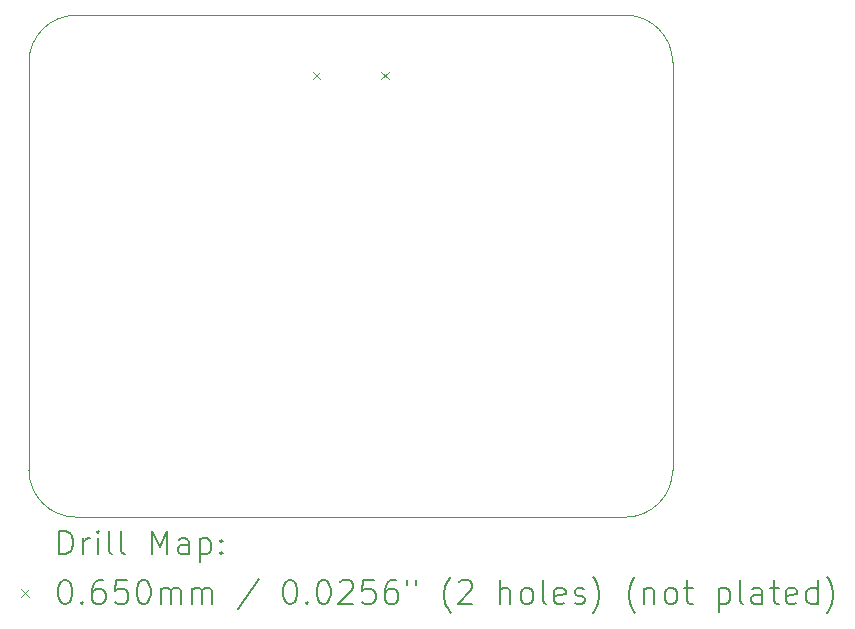
<source format=gbr>
%TF.GenerationSoftware,KiCad,Pcbnew,8.99.0-2608-ga0707285a1*%
%TF.CreationDate,2024-10-09T18:54:12+07:00*%
%TF.ProjectId,dev_Board_8khz,6465765f-426f-4617-9264-5f386b687a2e,rev?*%
%TF.SameCoordinates,Original*%
%TF.FileFunction,Drillmap*%
%TF.FilePolarity,Positive*%
%FSLAX45Y45*%
G04 Gerber Fmt 4.5, Leading zero omitted, Abs format (unit mm)*
G04 Created by KiCad (PCBNEW 8.99.0-2608-ga0707285a1) date 2024-10-09 18:54:12*
%MOMM*%
%LPD*%
G01*
G04 APERTURE LIST*
%ADD10C,0.050000*%
%ADD11C,0.200000*%
%ADD12C,0.100000*%
G04 APERTURE END LIST*
D10*
X19000000Y-5950000D02*
X14350000Y-5950000D01*
X13950000Y-6350000D02*
X13950000Y-9800000D01*
X14350000Y-10200000D02*
X19000000Y-10200000D01*
X19400000Y-9800000D02*
G75*
G02*
X19000000Y-10200000I-400000J0D01*
G01*
X13950000Y-6350000D02*
G75*
G02*
X14350000Y-5950000I400000J0D01*
G01*
X19400000Y-9800000D02*
X19400000Y-6350000D01*
X19000000Y-5950000D02*
G75*
G02*
X19400000Y-6350000I0J-400000D01*
G01*
X14350000Y-10200000D02*
G75*
G02*
X13950000Y-9800000I0J400000D01*
G01*
D11*
D12*
X16353500Y-6428000D02*
X16418500Y-6493000D01*
X16418500Y-6428000D02*
X16353500Y-6493000D01*
X16931500Y-6428000D02*
X16996500Y-6493000D01*
X16996500Y-6428000D02*
X16931500Y-6493000D01*
D11*
X14208277Y-10513984D02*
X14208277Y-10313984D01*
X14208277Y-10313984D02*
X14255896Y-10313984D01*
X14255896Y-10313984D02*
X14284467Y-10323508D01*
X14284467Y-10323508D02*
X14303515Y-10342555D01*
X14303515Y-10342555D02*
X14313039Y-10361603D01*
X14313039Y-10361603D02*
X14322562Y-10399698D01*
X14322562Y-10399698D02*
X14322562Y-10428270D01*
X14322562Y-10428270D02*
X14313039Y-10466365D01*
X14313039Y-10466365D02*
X14303515Y-10485412D01*
X14303515Y-10485412D02*
X14284467Y-10504460D01*
X14284467Y-10504460D02*
X14255896Y-10513984D01*
X14255896Y-10513984D02*
X14208277Y-10513984D01*
X14408277Y-10513984D02*
X14408277Y-10380650D01*
X14408277Y-10418746D02*
X14417801Y-10399698D01*
X14417801Y-10399698D02*
X14427324Y-10390174D01*
X14427324Y-10390174D02*
X14446372Y-10380650D01*
X14446372Y-10380650D02*
X14465420Y-10380650D01*
X14532086Y-10513984D02*
X14532086Y-10380650D01*
X14532086Y-10313984D02*
X14522562Y-10323508D01*
X14522562Y-10323508D02*
X14532086Y-10333031D01*
X14532086Y-10333031D02*
X14541610Y-10323508D01*
X14541610Y-10323508D02*
X14532086Y-10313984D01*
X14532086Y-10313984D02*
X14532086Y-10333031D01*
X14655896Y-10513984D02*
X14636848Y-10504460D01*
X14636848Y-10504460D02*
X14627324Y-10485412D01*
X14627324Y-10485412D02*
X14627324Y-10313984D01*
X14760658Y-10513984D02*
X14741610Y-10504460D01*
X14741610Y-10504460D02*
X14732086Y-10485412D01*
X14732086Y-10485412D02*
X14732086Y-10313984D01*
X14989229Y-10513984D02*
X14989229Y-10313984D01*
X14989229Y-10313984D02*
X15055896Y-10456841D01*
X15055896Y-10456841D02*
X15122562Y-10313984D01*
X15122562Y-10313984D02*
X15122562Y-10513984D01*
X15303515Y-10513984D02*
X15303515Y-10409222D01*
X15303515Y-10409222D02*
X15293991Y-10390174D01*
X15293991Y-10390174D02*
X15274943Y-10380650D01*
X15274943Y-10380650D02*
X15236848Y-10380650D01*
X15236848Y-10380650D02*
X15217801Y-10390174D01*
X15303515Y-10504460D02*
X15284467Y-10513984D01*
X15284467Y-10513984D02*
X15236848Y-10513984D01*
X15236848Y-10513984D02*
X15217801Y-10504460D01*
X15217801Y-10504460D02*
X15208277Y-10485412D01*
X15208277Y-10485412D02*
X15208277Y-10466365D01*
X15208277Y-10466365D02*
X15217801Y-10447317D01*
X15217801Y-10447317D02*
X15236848Y-10437793D01*
X15236848Y-10437793D02*
X15284467Y-10437793D01*
X15284467Y-10437793D02*
X15303515Y-10428270D01*
X15398753Y-10380650D02*
X15398753Y-10580650D01*
X15398753Y-10390174D02*
X15417801Y-10380650D01*
X15417801Y-10380650D02*
X15455896Y-10380650D01*
X15455896Y-10380650D02*
X15474943Y-10390174D01*
X15474943Y-10390174D02*
X15484467Y-10399698D01*
X15484467Y-10399698D02*
X15493991Y-10418746D01*
X15493991Y-10418746D02*
X15493991Y-10475889D01*
X15493991Y-10475889D02*
X15484467Y-10494936D01*
X15484467Y-10494936D02*
X15474943Y-10504460D01*
X15474943Y-10504460D02*
X15455896Y-10513984D01*
X15455896Y-10513984D02*
X15417801Y-10513984D01*
X15417801Y-10513984D02*
X15398753Y-10504460D01*
X15579705Y-10494936D02*
X15589229Y-10504460D01*
X15589229Y-10504460D02*
X15579705Y-10513984D01*
X15579705Y-10513984D02*
X15570182Y-10504460D01*
X15570182Y-10504460D02*
X15579705Y-10494936D01*
X15579705Y-10494936D02*
X15579705Y-10513984D01*
X15579705Y-10390174D02*
X15589229Y-10399698D01*
X15589229Y-10399698D02*
X15579705Y-10409222D01*
X15579705Y-10409222D02*
X15570182Y-10399698D01*
X15570182Y-10399698D02*
X15579705Y-10390174D01*
X15579705Y-10390174D02*
X15579705Y-10409222D01*
D12*
X13882500Y-10810000D02*
X13947500Y-10875000D01*
X13947500Y-10810000D02*
X13882500Y-10875000D01*
D11*
X14246372Y-10733984D02*
X14265420Y-10733984D01*
X14265420Y-10733984D02*
X14284467Y-10743508D01*
X14284467Y-10743508D02*
X14293991Y-10753031D01*
X14293991Y-10753031D02*
X14303515Y-10772079D01*
X14303515Y-10772079D02*
X14313039Y-10810174D01*
X14313039Y-10810174D02*
X14313039Y-10857793D01*
X14313039Y-10857793D02*
X14303515Y-10895889D01*
X14303515Y-10895889D02*
X14293991Y-10914936D01*
X14293991Y-10914936D02*
X14284467Y-10924460D01*
X14284467Y-10924460D02*
X14265420Y-10933984D01*
X14265420Y-10933984D02*
X14246372Y-10933984D01*
X14246372Y-10933984D02*
X14227324Y-10924460D01*
X14227324Y-10924460D02*
X14217801Y-10914936D01*
X14217801Y-10914936D02*
X14208277Y-10895889D01*
X14208277Y-10895889D02*
X14198753Y-10857793D01*
X14198753Y-10857793D02*
X14198753Y-10810174D01*
X14198753Y-10810174D02*
X14208277Y-10772079D01*
X14208277Y-10772079D02*
X14217801Y-10753031D01*
X14217801Y-10753031D02*
X14227324Y-10743508D01*
X14227324Y-10743508D02*
X14246372Y-10733984D01*
X14398753Y-10914936D02*
X14408277Y-10924460D01*
X14408277Y-10924460D02*
X14398753Y-10933984D01*
X14398753Y-10933984D02*
X14389229Y-10924460D01*
X14389229Y-10924460D02*
X14398753Y-10914936D01*
X14398753Y-10914936D02*
X14398753Y-10933984D01*
X14579705Y-10733984D02*
X14541610Y-10733984D01*
X14541610Y-10733984D02*
X14522562Y-10743508D01*
X14522562Y-10743508D02*
X14513039Y-10753031D01*
X14513039Y-10753031D02*
X14493991Y-10781603D01*
X14493991Y-10781603D02*
X14484467Y-10819698D01*
X14484467Y-10819698D02*
X14484467Y-10895889D01*
X14484467Y-10895889D02*
X14493991Y-10914936D01*
X14493991Y-10914936D02*
X14503515Y-10924460D01*
X14503515Y-10924460D02*
X14522562Y-10933984D01*
X14522562Y-10933984D02*
X14560658Y-10933984D01*
X14560658Y-10933984D02*
X14579705Y-10924460D01*
X14579705Y-10924460D02*
X14589229Y-10914936D01*
X14589229Y-10914936D02*
X14598753Y-10895889D01*
X14598753Y-10895889D02*
X14598753Y-10848270D01*
X14598753Y-10848270D02*
X14589229Y-10829222D01*
X14589229Y-10829222D02*
X14579705Y-10819698D01*
X14579705Y-10819698D02*
X14560658Y-10810174D01*
X14560658Y-10810174D02*
X14522562Y-10810174D01*
X14522562Y-10810174D02*
X14503515Y-10819698D01*
X14503515Y-10819698D02*
X14493991Y-10829222D01*
X14493991Y-10829222D02*
X14484467Y-10848270D01*
X14779705Y-10733984D02*
X14684467Y-10733984D01*
X14684467Y-10733984D02*
X14674943Y-10829222D01*
X14674943Y-10829222D02*
X14684467Y-10819698D01*
X14684467Y-10819698D02*
X14703515Y-10810174D01*
X14703515Y-10810174D02*
X14751134Y-10810174D01*
X14751134Y-10810174D02*
X14770182Y-10819698D01*
X14770182Y-10819698D02*
X14779705Y-10829222D01*
X14779705Y-10829222D02*
X14789229Y-10848270D01*
X14789229Y-10848270D02*
X14789229Y-10895889D01*
X14789229Y-10895889D02*
X14779705Y-10914936D01*
X14779705Y-10914936D02*
X14770182Y-10924460D01*
X14770182Y-10924460D02*
X14751134Y-10933984D01*
X14751134Y-10933984D02*
X14703515Y-10933984D01*
X14703515Y-10933984D02*
X14684467Y-10924460D01*
X14684467Y-10924460D02*
X14674943Y-10914936D01*
X14913039Y-10733984D02*
X14932086Y-10733984D01*
X14932086Y-10733984D02*
X14951134Y-10743508D01*
X14951134Y-10743508D02*
X14960658Y-10753031D01*
X14960658Y-10753031D02*
X14970182Y-10772079D01*
X14970182Y-10772079D02*
X14979705Y-10810174D01*
X14979705Y-10810174D02*
X14979705Y-10857793D01*
X14979705Y-10857793D02*
X14970182Y-10895889D01*
X14970182Y-10895889D02*
X14960658Y-10914936D01*
X14960658Y-10914936D02*
X14951134Y-10924460D01*
X14951134Y-10924460D02*
X14932086Y-10933984D01*
X14932086Y-10933984D02*
X14913039Y-10933984D01*
X14913039Y-10933984D02*
X14893991Y-10924460D01*
X14893991Y-10924460D02*
X14884467Y-10914936D01*
X14884467Y-10914936D02*
X14874943Y-10895889D01*
X14874943Y-10895889D02*
X14865420Y-10857793D01*
X14865420Y-10857793D02*
X14865420Y-10810174D01*
X14865420Y-10810174D02*
X14874943Y-10772079D01*
X14874943Y-10772079D02*
X14884467Y-10753031D01*
X14884467Y-10753031D02*
X14893991Y-10743508D01*
X14893991Y-10743508D02*
X14913039Y-10733984D01*
X15065420Y-10933984D02*
X15065420Y-10800650D01*
X15065420Y-10819698D02*
X15074943Y-10810174D01*
X15074943Y-10810174D02*
X15093991Y-10800650D01*
X15093991Y-10800650D02*
X15122563Y-10800650D01*
X15122563Y-10800650D02*
X15141610Y-10810174D01*
X15141610Y-10810174D02*
X15151134Y-10829222D01*
X15151134Y-10829222D02*
X15151134Y-10933984D01*
X15151134Y-10829222D02*
X15160658Y-10810174D01*
X15160658Y-10810174D02*
X15179705Y-10800650D01*
X15179705Y-10800650D02*
X15208277Y-10800650D01*
X15208277Y-10800650D02*
X15227324Y-10810174D01*
X15227324Y-10810174D02*
X15236848Y-10829222D01*
X15236848Y-10829222D02*
X15236848Y-10933984D01*
X15332086Y-10933984D02*
X15332086Y-10800650D01*
X15332086Y-10819698D02*
X15341610Y-10810174D01*
X15341610Y-10810174D02*
X15360658Y-10800650D01*
X15360658Y-10800650D02*
X15389229Y-10800650D01*
X15389229Y-10800650D02*
X15408277Y-10810174D01*
X15408277Y-10810174D02*
X15417801Y-10829222D01*
X15417801Y-10829222D02*
X15417801Y-10933984D01*
X15417801Y-10829222D02*
X15427324Y-10810174D01*
X15427324Y-10810174D02*
X15446372Y-10800650D01*
X15446372Y-10800650D02*
X15474943Y-10800650D01*
X15474943Y-10800650D02*
X15493991Y-10810174D01*
X15493991Y-10810174D02*
X15503515Y-10829222D01*
X15503515Y-10829222D02*
X15503515Y-10933984D01*
X15893991Y-10724460D02*
X15722563Y-10981603D01*
X16151134Y-10733984D02*
X16170182Y-10733984D01*
X16170182Y-10733984D02*
X16189229Y-10743508D01*
X16189229Y-10743508D02*
X16198753Y-10753031D01*
X16198753Y-10753031D02*
X16208277Y-10772079D01*
X16208277Y-10772079D02*
X16217801Y-10810174D01*
X16217801Y-10810174D02*
X16217801Y-10857793D01*
X16217801Y-10857793D02*
X16208277Y-10895889D01*
X16208277Y-10895889D02*
X16198753Y-10914936D01*
X16198753Y-10914936D02*
X16189229Y-10924460D01*
X16189229Y-10924460D02*
X16170182Y-10933984D01*
X16170182Y-10933984D02*
X16151134Y-10933984D01*
X16151134Y-10933984D02*
X16132086Y-10924460D01*
X16132086Y-10924460D02*
X16122563Y-10914936D01*
X16122563Y-10914936D02*
X16113039Y-10895889D01*
X16113039Y-10895889D02*
X16103515Y-10857793D01*
X16103515Y-10857793D02*
X16103515Y-10810174D01*
X16103515Y-10810174D02*
X16113039Y-10772079D01*
X16113039Y-10772079D02*
X16122563Y-10753031D01*
X16122563Y-10753031D02*
X16132086Y-10743508D01*
X16132086Y-10743508D02*
X16151134Y-10733984D01*
X16303515Y-10914936D02*
X16313039Y-10924460D01*
X16313039Y-10924460D02*
X16303515Y-10933984D01*
X16303515Y-10933984D02*
X16293991Y-10924460D01*
X16293991Y-10924460D02*
X16303515Y-10914936D01*
X16303515Y-10914936D02*
X16303515Y-10933984D01*
X16436848Y-10733984D02*
X16455896Y-10733984D01*
X16455896Y-10733984D02*
X16474944Y-10743508D01*
X16474944Y-10743508D02*
X16484467Y-10753031D01*
X16484467Y-10753031D02*
X16493991Y-10772079D01*
X16493991Y-10772079D02*
X16503515Y-10810174D01*
X16503515Y-10810174D02*
X16503515Y-10857793D01*
X16503515Y-10857793D02*
X16493991Y-10895889D01*
X16493991Y-10895889D02*
X16484467Y-10914936D01*
X16484467Y-10914936D02*
X16474944Y-10924460D01*
X16474944Y-10924460D02*
X16455896Y-10933984D01*
X16455896Y-10933984D02*
X16436848Y-10933984D01*
X16436848Y-10933984D02*
X16417801Y-10924460D01*
X16417801Y-10924460D02*
X16408277Y-10914936D01*
X16408277Y-10914936D02*
X16398753Y-10895889D01*
X16398753Y-10895889D02*
X16389229Y-10857793D01*
X16389229Y-10857793D02*
X16389229Y-10810174D01*
X16389229Y-10810174D02*
X16398753Y-10772079D01*
X16398753Y-10772079D02*
X16408277Y-10753031D01*
X16408277Y-10753031D02*
X16417801Y-10743508D01*
X16417801Y-10743508D02*
X16436848Y-10733984D01*
X16579706Y-10753031D02*
X16589229Y-10743508D01*
X16589229Y-10743508D02*
X16608277Y-10733984D01*
X16608277Y-10733984D02*
X16655896Y-10733984D01*
X16655896Y-10733984D02*
X16674944Y-10743508D01*
X16674944Y-10743508D02*
X16684467Y-10753031D01*
X16684467Y-10753031D02*
X16693991Y-10772079D01*
X16693991Y-10772079D02*
X16693991Y-10791127D01*
X16693991Y-10791127D02*
X16684467Y-10819698D01*
X16684467Y-10819698D02*
X16570182Y-10933984D01*
X16570182Y-10933984D02*
X16693991Y-10933984D01*
X16874944Y-10733984D02*
X16779706Y-10733984D01*
X16779706Y-10733984D02*
X16770182Y-10829222D01*
X16770182Y-10829222D02*
X16779706Y-10819698D01*
X16779706Y-10819698D02*
X16798753Y-10810174D01*
X16798753Y-10810174D02*
X16846372Y-10810174D01*
X16846372Y-10810174D02*
X16865420Y-10819698D01*
X16865420Y-10819698D02*
X16874944Y-10829222D01*
X16874944Y-10829222D02*
X16884468Y-10848270D01*
X16884468Y-10848270D02*
X16884468Y-10895889D01*
X16884468Y-10895889D02*
X16874944Y-10914936D01*
X16874944Y-10914936D02*
X16865420Y-10924460D01*
X16865420Y-10924460D02*
X16846372Y-10933984D01*
X16846372Y-10933984D02*
X16798753Y-10933984D01*
X16798753Y-10933984D02*
X16779706Y-10924460D01*
X16779706Y-10924460D02*
X16770182Y-10914936D01*
X17055896Y-10733984D02*
X17017801Y-10733984D01*
X17017801Y-10733984D02*
X16998753Y-10743508D01*
X16998753Y-10743508D02*
X16989229Y-10753031D01*
X16989229Y-10753031D02*
X16970182Y-10781603D01*
X16970182Y-10781603D02*
X16960658Y-10819698D01*
X16960658Y-10819698D02*
X16960658Y-10895889D01*
X16960658Y-10895889D02*
X16970182Y-10914936D01*
X16970182Y-10914936D02*
X16979706Y-10924460D01*
X16979706Y-10924460D02*
X16998753Y-10933984D01*
X16998753Y-10933984D02*
X17036849Y-10933984D01*
X17036849Y-10933984D02*
X17055896Y-10924460D01*
X17055896Y-10924460D02*
X17065420Y-10914936D01*
X17065420Y-10914936D02*
X17074944Y-10895889D01*
X17074944Y-10895889D02*
X17074944Y-10848270D01*
X17074944Y-10848270D02*
X17065420Y-10829222D01*
X17065420Y-10829222D02*
X17055896Y-10819698D01*
X17055896Y-10819698D02*
X17036849Y-10810174D01*
X17036849Y-10810174D02*
X16998753Y-10810174D01*
X16998753Y-10810174D02*
X16979706Y-10819698D01*
X16979706Y-10819698D02*
X16970182Y-10829222D01*
X16970182Y-10829222D02*
X16960658Y-10848270D01*
X17151134Y-10733984D02*
X17151134Y-10772079D01*
X17227325Y-10733984D02*
X17227325Y-10772079D01*
X17522563Y-11010174D02*
X17513039Y-11000650D01*
X17513039Y-11000650D02*
X17493991Y-10972079D01*
X17493991Y-10972079D02*
X17484468Y-10953031D01*
X17484468Y-10953031D02*
X17474944Y-10924460D01*
X17474944Y-10924460D02*
X17465420Y-10876841D01*
X17465420Y-10876841D02*
X17465420Y-10838746D01*
X17465420Y-10838746D02*
X17474944Y-10791127D01*
X17474944Y-10791127D02*
X17484468Y-10762555D01*
X17484468Y-10762555D02*
X17493991Y-10743508D01*
X17493991Y-10743508D02*
X17513039Y-10714936D01*
X17513039Y-10714936D02*
X17522563Y-10705412D01*
X17589230Y-10753031D02*
X17598753Y-10743508D01*
X17598753Y-10743508D02*
X17617801Y-10733984D01*
X17617801Y-10733984D02*
X17665420Y-10733984D01*
X17665420Y-10733984D02*
X17684468Y-10743508D01*
X17684468Y-10743508D02*
X17693991Y-10753031D01*
X17693991Y-10753031D02*
X17703515Y-10772079D01*
X17703515Y-10772079D02*
X17703515Y-10791127D01*
X17703515Y-10791127D02*
X17693991Y-10819698D01*
X17693991Y-10819698D02*
X17579706Y-10933984D01*
X17579706Y-10933984D02*
X17703515Y-10933984D01*
X17941611Y-10933984D02*
X17941611Y-10733984D01*
X18027325Y-10933984D02*
X18027325Y-10829222D01*
X18027325Y-10829222D02*
X18017801Y-10810174D01*
X18017801Y-10810174D02*
X17998753Y-10800650D01*
X17998753Y-10800650D02*
X17970182Y-10800650D01*
X17970182Y-10800650D02*
X17951134Y-10810174D01*
X17951134Y-10810174D02*
X17941611Y-10819698D01*
X18151134Y-10933984D02*
X18132087Y-10924460D01*
X18132087Y-10924460D02*
X18122563Y-10914936D01*
X18122563Y-10914936D02*
X18113039Y-10895889D01*
X18113039Y-10895889D02*
X18113039Y-10838746D01*
X18113039Y-10838746D02*
X18122563Y-10819698D01*
X18122563Y-10819698D02*
X18132087Y-10810174D01*
X18132087Y-10810174D02*
X18151134Y-10800650D01*
X18151134Y-10800650D02*
X18179706Y-10800650D01*
X18179706Y-10800650D02*
X18198753Y-10810174D01*
X18198753Y-10810174D02*
X18208277Y-10819698D01*
X18208277Y-10819698D02*
X18217801Y-10838746D01*
X18217801Y-10838746D02*
X18217801Y-10895889D01*
X18217801Y-10895889D02*
X18208277Y-10914936D01*
X18208277Y-10914936D02*
X18198753Y-10924460D01*
X18198753Y-10924460D02*
X18179706Y-10933984D01*
X18179706Y-10933984D02*
X18151134Y-10933984D01*
X18332087Y-10933984D02*
X18313039Y-10924460D01*
X18313039Y-10924460D02*
X18303515Y-10905412D01*
X18303515Y-10905412D02*
X18303515Y-10733984D01*
X18484468Y-10924460D02*
X18465420Y-10933984D01*
X18465420Y-10933984D02*
X18427325Y-10933984D01*
X18427325Y-10933984D02*
X18408277Y-10924460D01*
X18408277Y-10924460D02*
X18398753Y-10905412D01*
X18398753Y-10905412D02*
X18398753Y-10829222D01*
X18398753Y-10829222D02*
X18408277Y-10810174D01*
X18408277Y-10810174D02*
X18427325Y-10800650D01*
X18427325Y-10800650D02*
X18465420Y-10800650D01*
X18465420Y-10800650D02*
X18484468Y-10810174D01*
X18484468Y-10810174D02*
X18493992Y-10829222D01*
X18493992Y-10829222D02*
X18493992Y-10848270D01*
X18493992Y-10848270D02*
X18398753Y-10867317D01*
X18570182Y-10924460D02*
X18589230Y-10933984D01*
X18589230Y-10933984D02*
X18627325Y-10933984D01*
X18627325Y-10933984D02*
X18646373Y-10924460D01*
X18646373Y-10924460D02*
X18655896Y-10905412D01*
X18655896Y-10905412D02*
X18655896Y-10895889D01*
X18655896Y-10895889D02*
X18646373Y-10876841D01*
X18646373Y-10876841D02*
X18627325Y-10867317D01*
X18627325Y-10867317D02*
X18598753Y-10867317D01*
X18598753Y-10867317D02*
X18579706Y-10857793D01*
X18579706Y-10857793D02*
X18570182Y-10838746D01*
X18570182Y-10838746D02*
X18570182Y-10829222D01*
X18570182Y-10829222D02*
X18579706Y-10810174D01*
X18579706Y-10810174D02*
X18598753Y-10800650D01*
X18598753Y-10800650D02*
X18627325Y-10800650D01*
X18627325Y-10800650D02*
X18646373Y-10810174D01*
X18722563Y-11010174D02*
X18732087Y-11000650D01*
X18732087Y-11000650D02*
X18751134Y-10972079D01*
X18751134Y-10972079D02*
X18760658Y-10953031D01*
X18760658Y-10953031D02*
X18770182Y-10924460D01*
X18770182Y-10924460D02*
X18779706Y-10876841D01*
X18779706Y-10876841D02*
X18779706Y-10838746D01*
X18779706Y-10838746D02*
X18770182Y-10791127D01*
X18770182Y-10791127D02*
X18760658Y-10762555D01*
X18760658Y-10762555D02*
X18751134Y-10743508D01*
X18751134Y-10743508D02*
X18732087Y-10714936D01*
X18732087Y-10714936D02*
X18722563Y-10705412D01*
X19084468Y-11010174D02*
X19074944Y-11000650D01*
X19074944Y-11000650D02*
X19055896Y-10972079D01*
X19055896Y-10972079D02*
X19046373Y-10953031D01*
X19046373Y-10953031D02*
X19036849Y-10924460D01*
X19036849Y-10924460D02*
X19027325Y-10876841D01*
X19027325Y-10876841D02*
X19027325Y-10838746D01*
X19027325Y-10838746D02*
X19036849Y-10791127D01*
X19036849Y-10791127D02*
X19046373Y-10762555D01*
X19046373Y-10762555D02*
X19055896Y-10743508D01*
X19055896Y-10743508D02*
X19074944Y-10714936D01*
X19074944Y-10714936D02*
X19084468Y-10705412D01*
X19160658Y-10800650D02*
X19160658Y-10933984D01*
X19160658Y-10819698D02*
X19170182Y-10810174D01*
X19170182Y-10810174D02*
X19189230Y-10800650D01*
X19189230Y-10800650D02*
X19217801Y-10800650D01*
X19217801Y-10800650D02*
X19236849Y-10810174D01*
X19236849Y-10810174D02*
X19246373Y-10829222D01*
X19246373Y-10829222D02*
X19246373Y-10933984D01*
X19370182Y-10933984D02*
X19351134Y-10924460D01*
X19351134Y-10924460D02*
X19341611Y-10914936D01*
X19341611Y-10914936D02*
X19332087Y-10895889D01*
X19332087Y-10895889D02*
X19332087Y-10838746D01*
X19332087Y-10838746D02*
X19341611Y-10819698D01*
X19341611Y-10819698D02*
X19351134Y-10810174D01*
X19351134Y-10810174D02*
X19370182Y-10800650D01*
X19370182Y-10800650D02*
X19398754Y-10800650D01*
X19398754Y-10800650D02*
X19417801Y-10810174D01*
X19417801Y-10810174D02*
X19427325Y-10819698D01*
X19427325Y-10819698D02*
X19436849Y-10838746D01*
X19436849Y-10838746D02*
X19436849Y-10895889D01*
X19436849Y-10895889D02*
X19427325Y-10914936D01*
X19427325Y-10914936D02*
X19417801Y-10924460D01*
X19417801Y-10924460D02*
X19398754Y-10933984D01*
X19398754Y-10933984D02*
X19370182Y-10933984D01*
X19493992Y-10800650D02*
X19570182Y-10800650D01*
X19522563Y-10733984D02*
X19522563Y-10905412D01*
X19522563Y-10905412D02*
X19532087Y-10924460D01*
X19532087Y-10924460D02*
X19551134Y-10933984D01*
X19551134Y-10933984D02*
X19570182Y-10933984D01*
X19789230Y-10800650D02*
X19789230Y-11000650D01*
X19789230Y-10810174D02*
X19808277Y-10800650D01*
X19808277Y-10800650D02*
X19846373Y-10800650D01*
X19846373Y-10800650D02*
X19865420Y-10810174D01*
X19865420Y-10810174D02*
X19874944Y-10819698D01*
X19874944Y-10819698D02*
X19884468Y-10838746D01*
X19884468Y-10838746D02*
X19884468Y-10895889D01*
X19884468Y-10895889D02*
X19874944Y-10914936D01*
X19874944Y-10914936D02*
X19865420Y-10924460D01*
X19865420Y-10924460D02*
X19846373Y-10933984D01*
X19846373Y-10933984D02*
X19808277Y-10933984D01*
X19808277Y-10933984D02*
X19789230Y-10924460D01*
X19998754Y-10933984D02*
X19979706Y-10924460D01*
X19979706Y-10924460D02*
X19970182Y-10905412D01*
X19970182Y-10905412D02*
X19970182Y-10733984D01*
X20160658Y-10933984D02*
X20160658Y-10829222D01*
X20160658Y-10829222D02*
X20151135Y-10810174D01*
X20151135Y-10810174D02*
X20132087Y-10800650D01*
X20132087Y-10800650D02*
X20093992Y-10800650D01*
X20093992Y-10800650D02*
X20074944Y-10810174D01*
X20160658Y-10924460D02*
X20141611Y-10933984D01*
X20141611Y-10933984D02*
X20093992Y-10933984D01*
X20093992Y-10933984D02*
X20074944Y-10924460D01*
X20074944Y-10924460D02*
X20065420Y-10905412D01*
X20065420Y-10905412D02*
X20065420Y-10886365D01*
X20065420Y-10886365D02*
X20074944Y-10867317D01*
X20074944Y-10867317D02*
X20093992Y-10857793D01*
X20093992Y-10857793D02*
X20141611Y-10857793D01*
X20141611Y-10857793D02*
X20160658Y-10848270D01*
X20227325Y-10800650D02*
X20303515Y-10800650D01*
X20255896Y-10733984D02*
X20255896Y-10905412D01*
X20255896Y-10905412D02*
X20265420Y-10924460D01*
X20265420Y-10924460D02*
X20284468Y-10933984D01*
X20284468Y-10933984D02*
X20303515Y-10933984D01*
X20446373Y-10924460D02*
X20427325Y-10933984D01*
X20427325Y-10933984D02*
X20389230Y-10933984D01*
X20389230Y-10933984D02*
X20370182Y-10924460D01*
X20370182Y-10924460D02*
X20360658Y-10905412D01*
X20360658Y-10905412D02*
X20360658Y-10829222D01*
X20360658Y-10829222D02*
X20370182Y-10810174D01*
X20370182Y-10810174D02*
X20389230Y-10800650D01*
X20389230Y-10800650D02*
X20427325Y-10800650D01*
X20427325Y-10800650D02*
X20446373Y-10810174D01*
X20446373Y-10810174D02*
X20455896Y-10829222D01*
X20455896Y-10829222D02*
X20455896Y-10848270D01*
X20455896Y-10848270D02*
X20360658Y-10867317D01*
X20627325Y-10933984D02*
X20627325Y-10733984D01*
X20627325Y-10924460D02*
X20608277Y-10933984D01*
X20608277Y-10933984D02*
X20570182Y-10933984D01*
X20570182Y-10933984D02*
X20551135Y-10924460D01*
X20551135Y-10924460D02*
X20541611Y-10914936D01*
X20541611Y-10914936D02*
X20532087Y-10895889D01*
X20532087Y-10895889D02*
X20532087Y-10838746D01*
X20532087Y-10838746D02*
X20541611Y-10819698D01*
X20541611Y-10819698D02*
X20551135Y-10810174D01*
X20551135Y-10810174D02*
X20570182Y-10800650D01*
X20570182Y-10800650D02*
X20608277Y-10800650D01*
X20608277Y-10800650D02*
X20627325Y-10810174D01*
X20703516Y-11010174D02*
X20713039Y-11000650D01*
X20713039Y-11000650D02*
X20732087Y-10972079D01*
X20732087Y-10972079D02*
X20741611Y-10953031D01*
X20741611Y-10953031D02*
X20751135Y-10924460D01*
X20751135Y-10924460D02*
X20760658Y-10876841D01*
X20760658Y-10876841D02*
X20760658Y-10838746D01*
X20760658Y-10838746D02*
X20751135Y-10791127D01*
X20751135Y-10791127D02*
X20741611Y-10762555D01*
X20741611Y-10762555D02*
X20732087Y-10743508D01*
X20732087Y-10743508D02*
X20713039Y-10714936D01*
X20713039Y-10714936D02*
X20703516Y-10705412D01*
M02*

</source>
